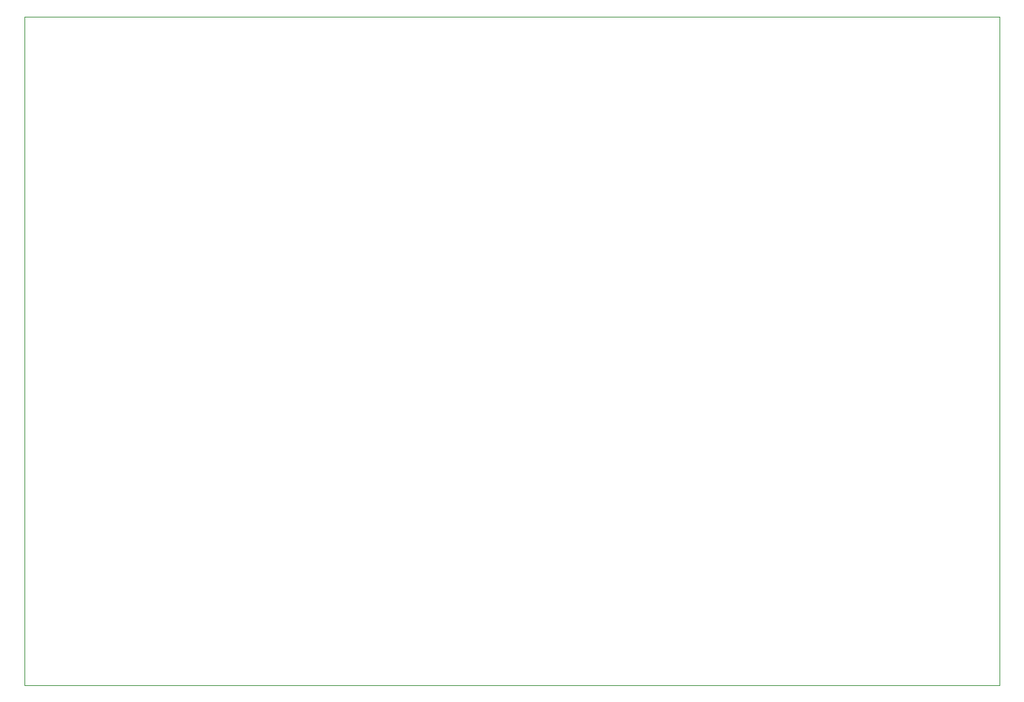
<source format=gbr>
G04 Layer_Color=0*
%FSLAX23Y23*%
%MOIN*%
%TF.FileFunction,Profile*%
%TF.Part,Single*%
G01*
G75*
%TA.AperFunction,Profile*%
%ADD83C,0.001*%
D83*
X984Y1378D02*
X5630D01*
Y4567D01*
X984D01*
Y1378D01*
%TF.MD5,ED223633FD0C5034B4F73A8F96EEA5F5*%
M02*

</source>
